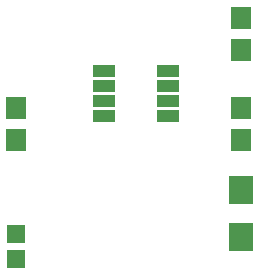
<source format=gts>
G04 #@! TF.FileFunction,Soldermask,Top*
%FSLAX46Y46*%
G04 Gerber Fmt 4.6, Leading zero omitted, Abs format (unit mm)*
G04 Created by KiCad (PCBNEW 4.0.2-stable) date 5/18/2016 9:32:54 PM*
%MOMM*%
G01*
G04 APERTURE LIST*
%ADD10C,0.100000*%
%ADD11R,2.000000X2.400000*%
%ADD12R,1.598880X1.598880*%
%ADD13R,1.700000X1.900000*%
%ADD14R,1.950000X1.000000*%
G04 APERTURE END LIST*
D10*
D11*
X161290000Y-135160000D03*
X161290000Y-139160000D03*
D12*
X142240000Y-138904980D03*
X142240000Y-141003020D03*
D13*
X161290000Y-120570000D03*
X161290000Y-123270000D03*
X161290000Y-128190000D03*
X161290000Y-130890000D03*
X142240000Y-128190000D03*
X142240000Y-130890000D03*
D14*
X149700000Y-125095000D03*
X149700000Y-126365000D03*
X149700000Y-127635000D03*
X149700000Y-128905000D03*
X155100000Y-128905000D03*
X155100000Y-127635000D03*
X155100000Y-126365000D03*
X155100000Y-125095000D03*
M02*

</source>
